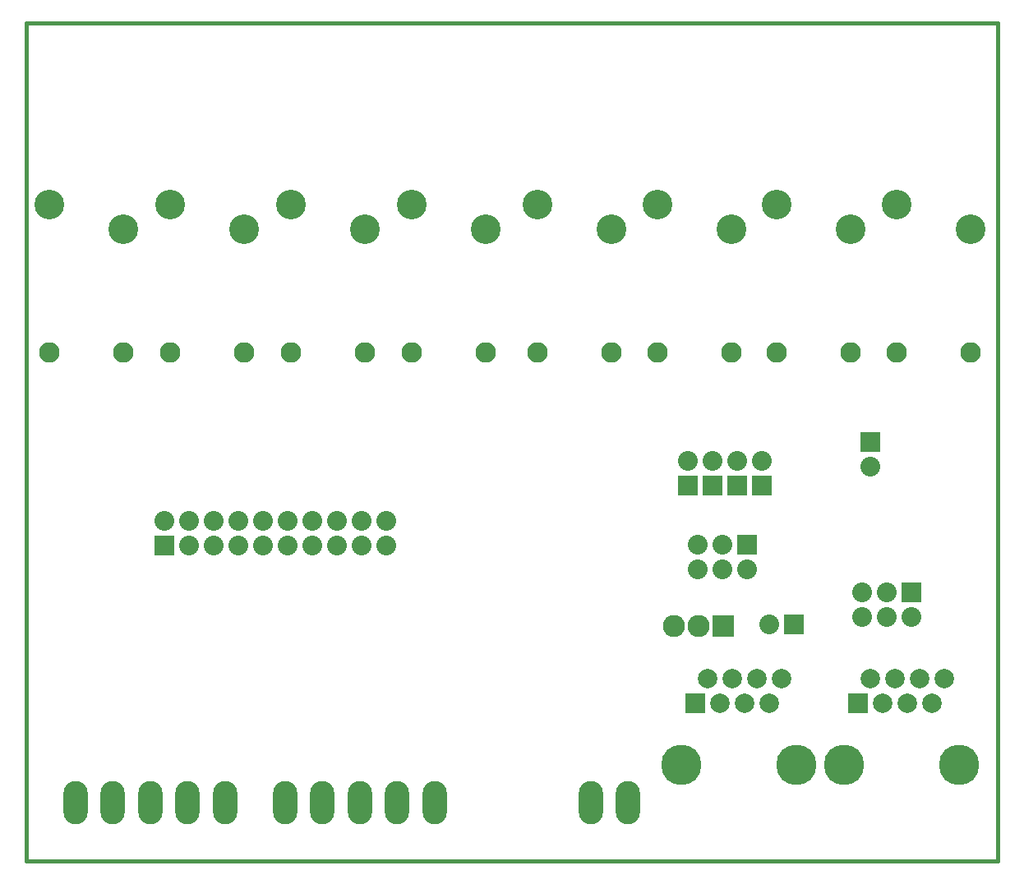
<source format=gbs>
G04 (created by PCBNEW (2013-mar-13)-testing) date jeu. 20 juin 2013 21:39:05 CEST*
%MOIN*%
G04 Gerber Fmt 3.4, Leading zero omitted, Abs format*
%FSLAX34Y34*%
G01*
G70*
G90*
G04 APERTURE LIST*
%ADD10C,0.005906*%
%ADD11C,0.015000*%
%ADD12C,0.083000*%
%ADD13C,0.120000*%
%ADD14O,0.098000X0.176000*%
%ADD15C,0.090000*%
%ADD16R,0.090000X0.090000*%
%ADD17R,0.080000X0.080000*%
%ADD18C,0.080000*%
%ADD19C,0.163700*%
%ADD20R,0.079100X0.079100*%
%ADD21C,0.079100*%
G04 APERTURE END LIST*
G54D10*
G54D11*
X71500Y-62000D02*
X110900Y-62000D01*
X71500Y-28000D02*
X110900Y-28000D01*
X110900Y-28000D02*
X110800Y-28000D01*
X110900Y-62000D02*
X110900Y-28000D01*
X71500Y-62000D02*
X71500Y-28000D01*
G54D12*
X92250Y-41350D03*
X95242Y-41350D03*
G54D13*
X95242Y-36350D03*
X92250Y-35350D03*
G54D12*
X97100Y-41350D03*
X100092Y-41350D03*
G54D13*
X100092Y-36350D03*
X97100Y-35350D03*
G54D12*
X101950Y-41350D03*
X104942Y-41350D03*
G54D13*
X104942Y-36350D03*
X101950Y-35350D03*
G54D12*
X106800Y-41350D03*
X109792Y-41350D03*
G54D13*
X109792Y-36350D03*
X106800Y-35350D03*
G54D12*
X87150Y-41350D03*
X90142Y-41350D03*
G54D13*
X90142Y-36350D03*
X87150Y-35350D03*
G54D12*
X82250Y-41350D03*
X85242Y-41350D03*
G54D13*
X85242Y-36350D03*
X82250Y-35350D03*
G54D12*
X77350Y-41350D03*
X80342Y-41350D03*
G54D13*
X80342Y-36350D03*
X77350Y-35350D03*
G54D12*
X72450Y-41350D03*
X75442Y-41350D03*
G54D13*
X75442Y-36350D03*
X72450Y-35350D03*
G54D14*
X94400Y-59645D03*
X95915Y-59645D03*
G54D15*
X97775Y-52450D03*
X98775Y-52450D03*
G54D16*
X99775Y-52450D03*
G54D17*
X100725Y-49150D03*
G54D18*
X100725Y-50150D03*
X99725Y-49150D03*
X99725Y-50150D03*
X98725Y-49150D03*
X98725Y-50150D03*
G54D17*
X99350Y-46750D03*
G54D18*
X99350Y-45750D03*
G54D17*
X105725Y-45000D03*
G54D18*
X105725Y-46000D03*
G54D17*
X98350Y-46750D03*
G54D18*
X98350Y-45750D03*
G54D17*
X100350Y-46750D03*
G54D18*
X100350Y-45750D03*
G54D17*
X101350Y-46750D03*
G54D18*
X101350Y-45750D03*
G54D17*
X107400Y-51112D03*
G54D18*
X107400Y-52112D03*
X106400Y-51112D03*
X106400Y-52112D03*
X105400Y-51112D03*
X105400Y-52112D03*
G54D14*
X73500Y-59645D03*
X75015Y-59645D03*
X76531Y-59645D03*
X78047Y-59645D03*
X79562Y-59645D03*
X82000Y-59645D03*
X83515Y-59645D03*
X85031Y-59645D03*
X86547Y-59645D03*
X88062Y-59645D03*
G54D17*
X102625Y-52400D03*
G54D18*
X101625Y-52400D03*
G54D17*
X77100Y-49200D03*
G54D18*
X77100Y-48200D03*
X78100Y-49200D03*
X78100Y-48200D03*
X79100Y-49200D03*
X79100Y-48200D03*
X80100Y-49200D03*
X80100Y-48200D03*
X81100Y-49200D03*
X81100Y-48200D03*
X82100Y-49200D03*
X82100Y-48200D03*
X83100Y-49200D03*
X83100Y-48200D03*
X84100Y-49200D03*
X84100Y-48200D03*
X85100Y-49200D03*
X85100Y-48200D03*
X86100Y-49200D03*
X86100Y-48200D03*
G54D19*
X109338Y-58112D03*
X104665Y-58112D03*
G54D20*
X105250Y-55612D03*
G54D21*
X105750Y-54612D03*
X106250Y-55612D03*
X106750Y-54612D03*
X107250Y-55612D03*
X107750Y-54612D03*
X108250Y-55612D03*
X108750Y-54612D03*
G54D19*
X102738Y-58112D03*
X98065Y-58112D03*
G54D20*
X98650Y-55612D03*
G54D21*
X99150Y-54612D03*
X99650Y-55612D03*
X100150Y-54612D03*
X100650Y-55612D03*
X101150Y-54612D03*
X101650Y-55612D03*
X102150Y-54612D03*
M02*

</source>
